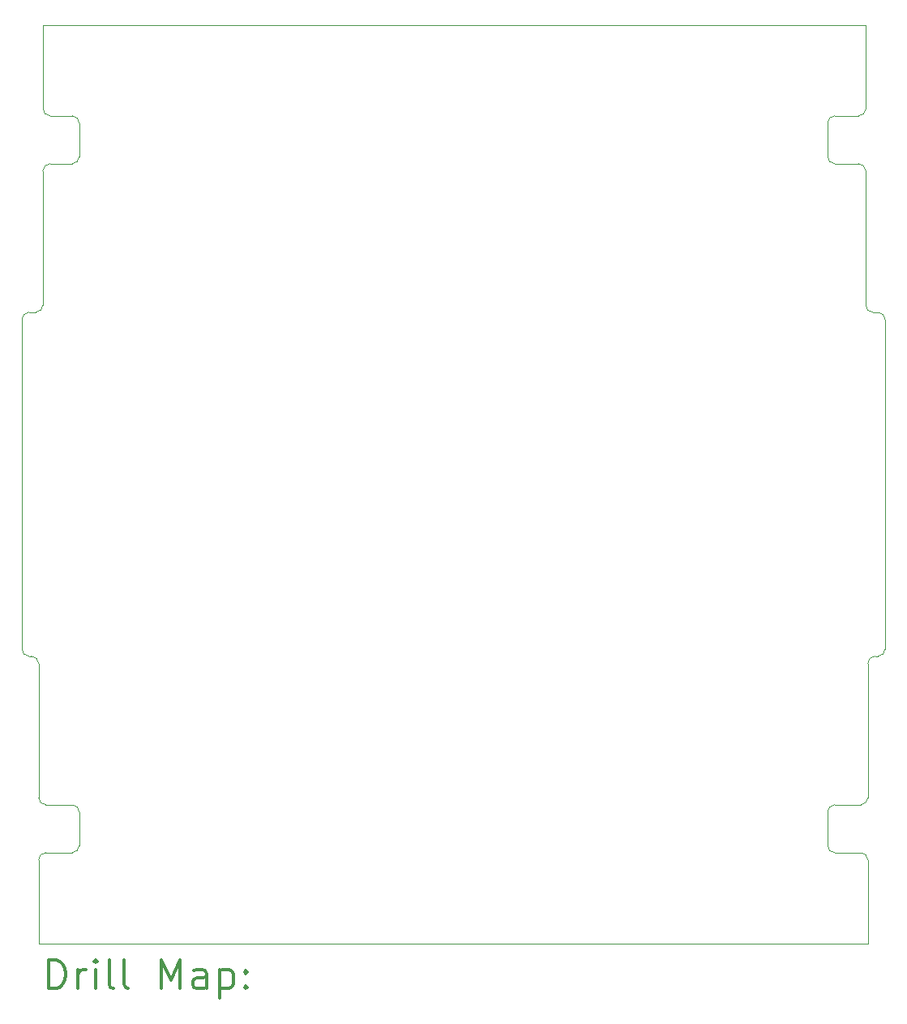
<source format=gbr>
%FSLAX45Y45*%
G04 Gerber Fmt 4.5, Leading zero omitted, Abs format (unit mm)*
G04 Created by KiCad (PCBNEW (5.1.10)-1) date 2021-11-07 17:42:40*
%MOMM*%
%LPD*%
G01*
G04 APERTURE LIST*
%TA.AperFunction,Profile*%
%ADD10C,0.050000*%
%TD*%
%ADD11C,0.200000*%
%ADD12C,0.300000*%
G04 APERTURE END LIST*
D10*
X-8722000Y-950000D02*
G75*
G02*
X-8797000Y-875000I0J75000D01*
G01*
X-8492000Y-950000D02*
G75*
G02*
X-8417000Y-1025000I0J-75000D01*
G01*
X-8492000Y-1450000D02*
G75*
G03*
X-8417000Y-1375000I0J75000D01*
G01*
X-8722000Y-1450000D02*
G75*
G03*
X-8797000Y-1525000I0J-75000D01*
G01*
X-525000Y-1450000D02*
G75*
G02*
X-600000Y-1375000I0J75000D01*
G01*
X-277000Y-1450000D02*
G75*
G02*
X-202000Y-1525000I0J-75000D01*
G01*
X-275000Y-950000D02*
G75*
G03*
X-200000Y-875000I0J75000D01*
G01*
X-525000Y-950000D02*
G75*
G03*
X-600000Y-1025000I0J-75000D01*
G01*
X-127000Y-3000000D02*
G75*
G02*
X-202000Y-2925000I0J75000D01*
G01*
X-75000Y-3000000D02*
G75*
G02*
X0Y-3075000I0J-75000D01*
G01*
X-75000Y-6589000D02*
G75*
G03*
X0Y-6514000I0J75000D01*
G01*
X-105000Y-6589000D02*
G75*
G03*
X-180000Y-6664000I0J-75000D01*
G01*
X-8917000Y-6589000D02*
G75*
G02*
X-8842000Y-6664000I0J-75000D01*
G01*
X-8942000Y-6589000D02*
G75*
G02*
X-9017000Y-6514000I0J75000D01*
G01*
X-8942000Y-3000000D02*
G75*
G03*
X-9017000Y-3075000I0J-75000D01*
G01*
X-8872000Y-3000000D02*
G75*
G03*
X-8797000Y-2925000I0J75000D01*
G01*
X-8492000Y-8139000D02*
G75*
G02*
X-8417000Y-8214000I0J-75000D01*
G01*
X-8767000Y-8139000D02*
G75*
G02*
X-8842000Y-8064000I0J75000D01*
G01*
X-8767000Y-8639000D02*
G75*
G03*
X-8842000Y-8714000I0J-75000D01*
G01*
X-8492000Y-8639000D02*
G75*
G03*
X-8417000Y-8564000I0J75000D01*
G01*
X-255000Y-8139000D02*
G75*
G03*
X-180000Y-8064000I0J75000D01*
G01*
X-525000Y-8139000D02*
G75*
G03*
X-600000Y-8214000I0J-75000D01*
G01*
X-525000Y-8639000D02*
G75*
G02*
X-600000Y-8564000I0J75000D01*
G01*
X-255000Y-8639000D02*
G75*
G02*
X-180000Y-8714000I0J-75000D01*
G01*
X-8842000Y-8714000D02*
X-8842000Y-9589000D01*
X-8492000Y-8639000D02*
X-8767000Y-8639000D01*
X-8417000Y-8214000D02*
X-8417000Y-8564000D01*
X-8767000Y-8139000D02*
X-8492000Y-8139000D01*
X-8842000Y-6664000D02*
X-8842000Y-8064000D01*
X-8942000Y-6589000D02*
X-8917000Y-6589000D01*
X-9017000Y-3075000D02*
X-9017000Y-6514000D01*
X-8872000Y-3000000D02*
X-8942000Y-3000000D01*
X-8797000Y-1525000D02*
X-8797000Y-2925000D01*
X-8492000Y-1450000D02*
X-8722000Y-1450000D01*
X-8417000Y-1025000D02*
X-8417000Y-1375000D01*
X-8722000Y-950000D02*
X-8492000Y-950000D01*
X-8797000Y0D02*
X-8797000Y-875000D01*
X-180000Y-8714000D02*
X-180000Y-9589000D01*
X-525000Y-8639000D02*
X-255000Y-8639000D01*
X-600000Y-8214000D02*
X-600000Y-8564000D01*
X-255000Y-8139000D02*
X-525000Y-8139000D01*
X-180000Y-6664000D02*
X-180000Y-8064000D01*
X-75000Y-6589000D02*
X-105000Y-6589000D01*
X0Y-3075000D02*
X0Y-6514000D01*
X-127000Y-3000000D02*
X-75000Y-3000000D01*
X-202000Y-1525000D02*
X-202000Y-2925000D01*
X-525000Y-1450000D02*
X-277000Y-1450000D01*
X-600000Y-1025000D02*
X-600000Y-1375000D01*
X-275000Y-950000D02*
X-525000Y-950000D01*
X-200000Y0D02*
X-200000Y-875000D01*
X-180000Y-9589000D02*
X-8842000Y-9589000D01*
X-8797000Y0D02*
X-200000Y0D01*
D11*
D12*
X-8733072Y-10057214D02*
X-8733072Y-9757214D01*
X-8661643Y-9757214D01*
X-8618786Y-9771500D01*
X-8590214Y-9800072D01*
X-8575929Y-9828643D01*
X-8561643Y-9885786D01*
X-8561643Y-9928643D01*
X-8575929Y-9985786D01*
X-8590214Y-10014357D01*
X-8618786Y-10042929D01*
X-8661643Y-10057214D01*
X-8733072Y-10057214D01*
X-8433072Y-10057214D02*
X-8433072Y-9857214D01*
X-8433072Y-9914357D02*
X-8418786Y-9885786D01*
X-8404500Y-9871500D01*
X-8375929Y-9857214D01*
X-8347357Y-9857214D01*
X-8247357Y-10057214D02*
X-8247357Y-9857214D01*
X-8247357Y-9757214D02*
X-8261643Y-9771500D01*
X-8247357Y-9785786D01*
X-8233072Y-9771500D01*
X-8247357Y-9757214D01*
X-8247357Y-9785786D01*
X-8061643Y-10057214D02*
X-8090214Y-10042929D01*
X-8104500Y-10014357D01*
X-8104500Y-9757214D01*
X-7904500Y-10057214D02*
X-7933072Y-10042929D01*
X-7947357Y-10014357D01*
X-7947357Y-9757214D01*
X-7561643Y-10057214D02*
X-7561643Y-9757214D01*
X-7461643Y-9971500D01*
X-7361643Y-9757214D01*
X-7361643Y-10057214D01*
X-7090214Y-10057214D02*
X-7090214Y-9900072D01*
X-7104500Y-9871500D01*
X-7133072Y-9857214D01*
X-7190214Y-9857214D01*
X-7218786Y-9871500D01*
X-7090214Y-10042929D02*
X-7118786Y-10057214D01*
X-7190214Y-10057214D01*
X-7218786Y-10042929D01*
X-7233072Y-10014357D01*
X-7233072Y-9985786D01*
X-7218786Y-9957214D01*
X-7190214Y-9942929D01*
X-7118786Y-9942929D01*
X-7090214Y-9928643D01*
X-6947357Y-9857214D02*
X-6947357Y-10157214D01*
X-6947357Y-9871500D02*
X-6918786Y-9857214D01*
X-6861643Y-9857214D01*
X-6833072Y-9871500D01*
X-6818786Y-9885786D01*
X-6804500Y-9914357D01*
X-6804500Y-10000072D01*
X-6818786Y-10028643D01*
X-6833072Y-10042929D01*
X-6861643Y-10057214D01*
X-6918786Y-10057214D01*
X-6947357Y-10042929D01*
X-6675929Y-10028643D02*
X-6661643Y-10042929D01*
X-6675929Y-10057214D01*
X-6690214Y-10042929D01*
X-6675929Y-10028643D01*
X-6675929Y-10057214D01*
X-6675929Y-9871500D02*
X-6661643Y-9885786D01*
X-6675929Y-9900072D01*
X-6690214Y-9885786D01*
X-6675929Y-9871500D01*
X-6675929Y-9900072D01*
M02*

</source>
